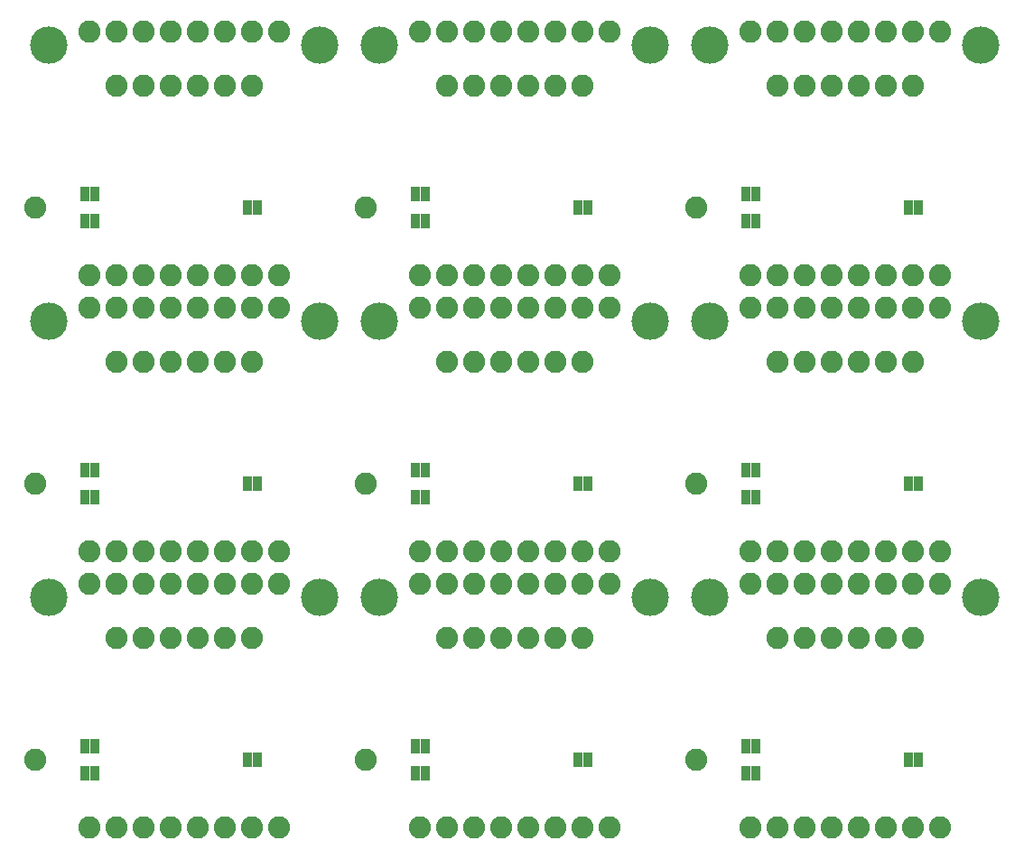
<source format=gbs>
G75*
%MOIN*%
%OFA0B0*%
%FSLAX25Y25*%
%IPPOS*%
%LPD*%
%AMOC8*
5,1,8,0,0,1.08239X$1,22.5*
%
%ADD10C,0.13800*%
%ADD11C,0.08200*%
%ADD12R,0.03300X0.05800*%
D10*
X0030500Y0184500D03*
X0130500Y0184500D03*
X0152500Y0184500D03*
X0252500Y0184500D03*
X0274500Y0184500D03*
X0374500Y0184500D03*
X0374500Y0286500D03*
X0274500Y0286500D03*
X0252500Y0286500D03*
X0152500Y0286500D03*
X0130500Y0286500D03*
X0030500Y0286500D03*
X0030500Y0388500D03*
X0130500Y0388500D03*
X0152500Y0388500D03*
X0252500Y0388500D03*
X0274500Y0388500D03*
X0374500Y0388500D03*
D11*
X0045500Y0099500D03*
X0055500Y0099500D03*
X0065500Y0099500D03*
X0075500Y0099500D03*
X0085500Y0099500D03*
X0095500Y0099500D03*
X0105500Y0099500D03*
X0115500Y0099500D03*
X0147500Y0124500D03*
X0167500Y0099500D03*
X0177500Y0099500D03*
X0187500Y0099500D03*
X0197500Y0099500D03*
X0207500Y0099500D03*
X0217500Y0099500D03*
X0227500Y0099500D03*
X0237500Y0099500D03*
X0269500Y0124500D03*
X0289500Y0099500D03*
X0299500Y0099500D03*
X0309500Y0099500D03*
X0319500Y0099500D03*
X0329500Y0099500D03*
X0339500Y0099500D03*
X0349500Y0099500D03*
X0359500Y0099500D03*
X0349500Y0169500D03*
X0339500Y0169500D03*
X0329500Y0169500D03*
X0319500Y0169500D03*
X0309500Y0169500D03*
X0299500Y0169500D03*
X0299500Y0189500D03*
X0289500Y0189500D03*
X0289500Y0201500D03*
X0299500Y0201500D03*
X0309500Y0201500D03*
X0319500Y0201500D03*
X0329500Y0201500D03*
X0339500Y0201500D03*
X0349500Y0201500D03*
X0359500Y0201500D03*
X0359500Y0189500D03*
X0349500Y0189500D03*
X0339500Y0189500D03*
X0329500Y0189500D03*
X0319500Y0189500D03*
X0309500Y0189500D03*
X0269500Y0226500D03*
X0237500Y0201500D03*
X0227500Y0201500D03*
X0217500Y0201500D03*
X0207500Y0201500D03*
X0197500Y0201500D03*
X0187500Y0201500D03*
X0177500Y0201500D03*
X0167500Y0201500D03*
X0167500Y0189500D03*
X0177500Y0189500D03*
X0187500Y0189500D03*
X0197500Y0189500D03*
X0207500Y0189500D03*
X0217500Y0189500D03*
X0227500Y0189500D03*
X0237500Y0189500D03*
X0227500Y0169500D03*
X0217500Y0169500D03*
X0207500Y0169500D03*
X0197500Y0169500D03*
X0187500Y0169500D03*
X0177500Y0169500D03*
X0147500Y0226500D03*
X0115500Y0201500D03*
X0105500Y0201500D03*
X0095500Y0201500D03*
X0085500Y0201500D03*
X0075500Y0201500D03*
X0065500Y0201500D03*
X0055500Y0201500D03*
X0045500Y0201500D03*
X0045500Y0189500D03*
X0055500Y0189500D03*
X0065500Y0189500D03*
X0075500Y0189500D03*
X0085500Y0189500D03*
X0095500Y0189500D03*
X0105500Y0189500D03*
X0115500Y0189500D03*
X0105500Y0169500D03*
X0095500Y0169500D03*
X0085500Y0169500D03*
X0075500Y0169500D03*
X0065500Y0169500D03*
X0055500Y0169500D03*
X0025500Y0124500D03*
X0025500Y0226500D03*
X0055500Y0271500D03*
X0065500Y0271500D03*
X0075500Y0271500D03*
X0085500Y0271500D03*
X0095500Y0271500D03*
X0105500Y0271500D03*
X0105500Y0291500D03*
X0095500Y0291500D03*
X0085500Y0291500D03*
X0075500Y0291500D03*
X0065500Y0291500D03*
X0055500Y0291500D03*
X0045500Y0291500D03*
X0045500Y0303500D03*
X0055500Y0303500D03*
X0065500Y0303500D03*
X0075500Y0303500D03*
X0085500Y0303500D03*
X0095500Y0303500D03*
X0105500Y0303500D03*
X0115500Y0303500D03*
X0115500Y0291500D03*
X0147500Y0328500D03*
X0167500Y0303500D03*
X0177500Y0303500D03*
X0187500Y0303500D03*
X0197500Y0303500D03*
X0207500Y0303500D03*
X0217500Y0303500D03*
X0227500Y0303500D03*
X0237500Y0303500D03*
X0237500Y0291500D03*
X0227500Y0291500D03*
X0217500Y0291500D03*
X0207500Y0291500D03*
X0197500Y0291500D03*
X0187500Y0291500D03*
X0177500Y0291500D03*
X0167500Y0291500D03*
X0177500Y0271500D03*
X0187500Y0271500D03*
X0197500Y0271500D03*
X0207500Y0271500D03*
X0217500Y0271500D03*
X0227500Y0271500D03*
X0289500Y0291500D03*
X0299500Y0291500D03*
X0309500Y0291500D03*
X0319500Y0291500D03*
X0329500Y0291500D03*
X0339500Y0291500D03*
X0349500Y0291500D03*
X0359500Y0291500D03*
X0359500Y0303500D03*
X0349500Y0303500D03*
X0339500Y0303500D03*
X0329500Y0303500D03*
X0319500Y0303500D03*
X0309500Y0303500D03*
X0299500Y0303500D03*
X0289500Y0303500D03*
X0269500Y0328500D03*
X0299500Y0373500D03*
X0309500Y0373500D03*
X0319500Y0373500D03*
X0329500Y0373500D03*
X0339500Y0373500D03*
X0349500Y0373500D03*
X0349500Y0393500D03*
X0339500Y0393500D03*
X0329500Y0393500D03*
X0319500Y0393500D03*
X0309500Y0393500D03*
X0299500Y0393500D03*
X0289500Y0393500D03*
X0237500Y0393500D03*
X0227500Y0393500D03*
X0217500Y0393500D03*
X0207500Y0393500D03*
X0197500Y0393500D03*
X0187500Y0393500D03*
X0177500Y0393500D03*
X0167500Y0393500D03*
X0177500Y0373500D03*
X0187500Y0373500D03*
X0197500Y0373500D03*
X0207500Y0373500D03*
X0217500Y0373500D03*
X0227500Y0373500D03*
X0299500Y0271500D03*
X0309500Y0271500D03*
X0319500Y0271500D03*
X0329500Y0271500D03*
X0339500Y0271500D03*
X0349500Y0271500D03*
X0359500Y0393500D03*
X0115500Y0393500D03*
X0105500Y0393500D03*
X0095500Y0393500D03*
X0085500Y0393500D03*
X0075500Y0393500D03*
X0065500Y0393500D03*
X0055500Y0393500D03*
X0045500Y0393500D03*
X0055500Y0373500D03*
X0065500Y0373500D03*
X0075500Y0373500D03*
X0085500Y0373500D03*
X0095500Y0373500D03*
X0105500Y0373500D03*
X0025500Y0328500D03*
D12*
X0043728Y0323500D03*
X0047272Y0323500D03*
X0047272Y0333500D03*
X0043728Y0333500D03*
X0103728Y0328500D03*
X0107272Y0328500D03*
X0165728Y0323500D03*
X0169272Y0323500D03*
X0169272Y0333500D03*
X0165728Y0333500D03*
X0225728Y0328500D03*
X0229272Y0328500D03*
X0287728Y0323500D03*
X0291272Y0323500D03*
X0291272Y0333500D03*
X0287728Y0333500D03*
X0347728Y0328500D03*
X0351272Y0328500D03*
X0291272Y0231500D03*
X0287728Y0231500D03*
X0287728Y0221500D03*
X0291272Y0221500D03*
X0347728Y0226500D03*
X0351272Y0226500D03*
X0291272Y0129500D03*
X0287728Y0129500D03*
X0287728Y0119500D03*
X0291272Y0119500D03*
X0347728Y0124500D03*
X0351272Y0124500D03*
X0229272Y0124500D03*
X0225728Y0124500D03*
X0169272Y0119500D03*
X0165728Y0119500D03*
X0165728Y0129500D03*
X0169272Y0129500D03*
X0107272Y0124500D03*
X0103728Y0124500D03*
X0047272Y0119500D03*
X0043728Y0119500D03*
X0043728Y0129500D03*
X0047272Y0129500D03*
X0047272Y0221500D03*
X0043728Y0221500D03*
X0043728Y0231500D03*
X0047272Y0231500D03*
X0103728Y0226500D03*
X0107272Y0226500D03*
X0165728Y0221500D03*
X0169272Y0221500D03*
X0169272Y0231500D03*
X0165728Y0231500D03*
X0225728Y0226500D03*
X0229272Y0226500D03*
M02*

</source>
